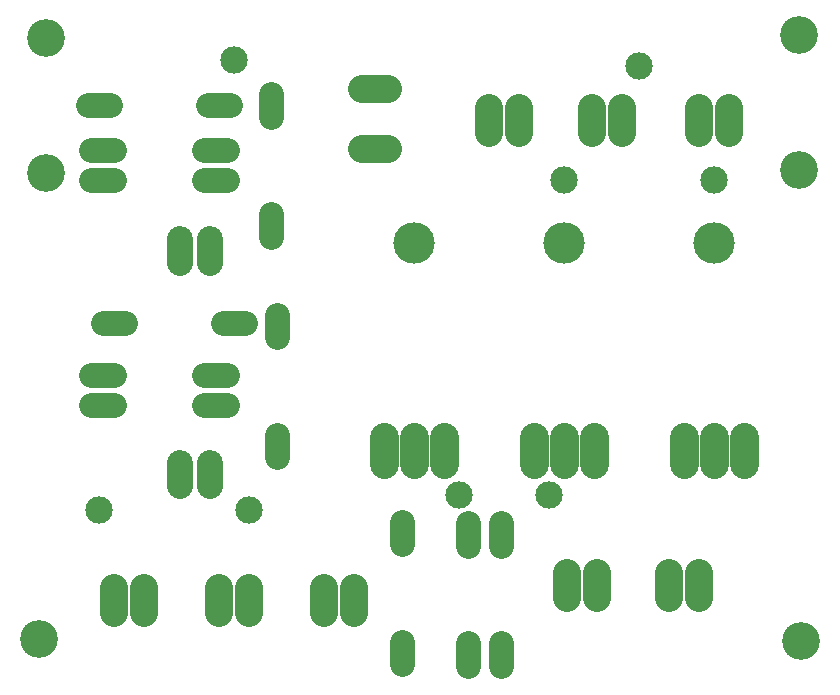
<source format=gbr>
G04 EAGLE Gerber RS-274X export*
G75*
%MOMM*%
%FSLAX34Y34*%
%LPD*%
%INSoldermask Bottom*%
%IPPOS*%
%AMOC8*
5,1,8,0,0,1.08239X$1,22.5*%
G01*
%ADD10C,3.203200*%
%ADD11C,2.209800*%
%ADD12C,2.133600*%
%ADD13C,2.438400*%
%ADD14C,3.505200*%
%ADD15C,2.336800*%
%ADD16C,2.320800*%


D10*
X31750Y438150D03*
X669290Y440690D03*
X25400Y43180D03*
X670560Y41910D03*
X31750Y552450D03*
X669290Y554990D03*
D11*
X170180Y382143D02*
X170180Y362077D01*
X144780Y362077D02*
X144780Y382143D01*
X170180Y192913D02*
X170180Y172847D01*
X144780Y172847D02*
X144780Y192913D01*
D12*
X88900Y457200D02*
X69596Y457200D01*
X69596Y431800D02*
X88900Y431800D01*
X165100Y431800D02*
X184404Y431800D01*
X184404Y457200D02*
X165100Y457200D01*
X88900Y266700D02*
X69596Y266700D01*
X69596Y241300D02*
X88900Y241300D01*
X165100Y241300D02*
X184404Y241300D01*
X184404Y266700D02*
X165100Y266700D01*
D13*
X444500Y214376D02*
X444500Y192024D01*
X469900Y192024D02*
X469900Y214376D01*
X495300Y214376D02*
X495300Y192024D01*
D14*
X469900Y378460D03*
D13*
X571500Y214376D02*
X571500Y192024D01*
X596900Y192024D02*
X596900Y214376D01*
X622300Y214376D02*
X622300Y192024D01*
D14*
X596900Y378460D03*
D13*
X317500Y214376D02*
X317500Y192024D01*
X342900Y192024D02*
X342900Y214376D01*
X368300Y214376D02*
X368300Y192024D01*
D14*
X342900Y378460D03*
D12*
X85852Y495300D02*
X66548Y495300D01*
X168148Y495300D02*
X187452Y495300D01*
X416560Y40132D02*
X416560Y20828D01*
X416560Y122428D02*
X416560Y141732D01*
X388620Y40132D02*
X388620Y20828D01*
X388620Y122428D02*
X388620Y141732D01*
X332740Y41402D02*
X332740Y22098D01*
X332740Y123698D02*
X332740Y143002D01*
X222250Y485648D02*
X222250Y504952D01*
X222250Y403352D02*
X222250Y384048D01*
X98552Y311150D02*
X79248Y311150D01*
X180848Y311150D02*
X200152Y311150D01*
X227330Y318262D02*
X227330Y298958D01*
X227330Y216662D02*
X227330Y197358D01*
D15*
X299212Y458470D02*
X320548Y458470D01*
X320548Y509270D02*
X299212Y509270D01*
X114300Y86868D02*
X114300Y65532D01*
X88900Y65532D02*
X88900Y86868D01*
X472440Y78232D02*
X472440Y99568D01*
X497840Y99568D02*
X497840Y78232D01*
X292100Y86868D02*
X292100Y65532D01*
X266700Y65532D02*
X266700Y86868D01*
X177800Y86868D02*
X177800Y65532D01*
X203200Y65532D02*
X203200Y86868D01*
X558800Y78232D02*
X558800Y99568D01*
X584200Y99568D02*
X584200Y78232D01*
X584200Y471932D02*
X584200Y493268D01*
X609600Y493268D02*
X609600Y471932D01*
X406400Y471932D02*
X406400Y493268D01*
X431800Y493268D02*
X431800Y471932D01*
X519430Y471932D02*
X519430Y493268D01*
X494030Y493268D02*
X494030Y471932D01*
D16*
X381000Y165100D03*
X457200Y165100D03*
X76200Y152400D03*
X203200Y152400D03*
X190500Y533400D03*
X533400Y528560D03*
X469900Y431800D03*
X596900Y431800D03*
M02*

</source>
